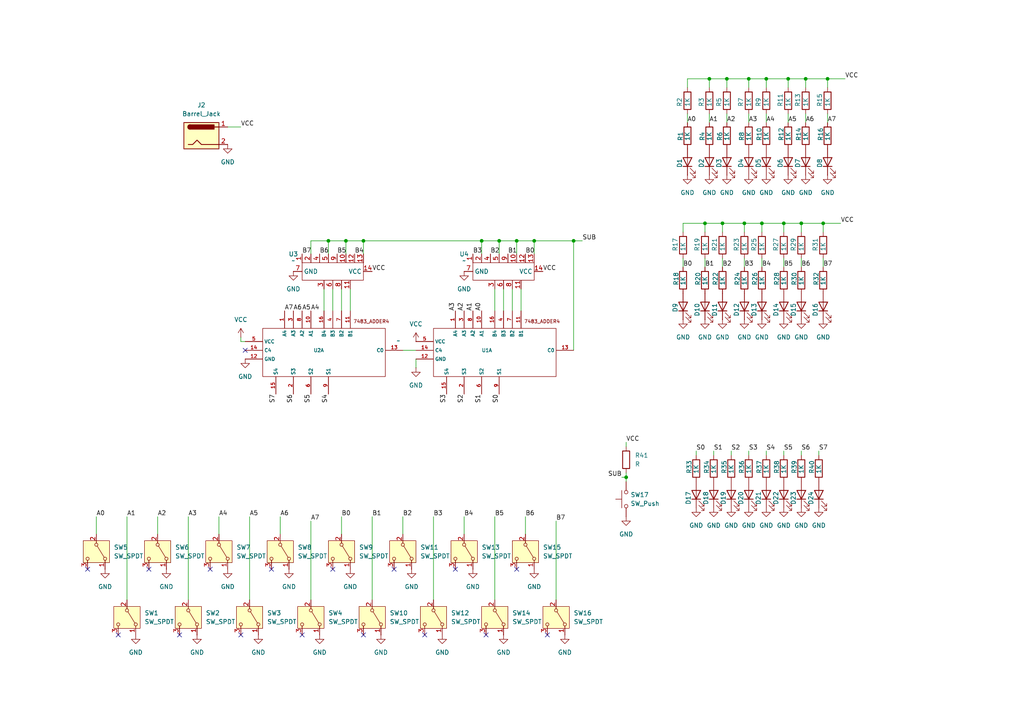
<source format=kicad_sch>
(kicad_sch (version 20231120) (generator "eeschema") (generator_version "8.0")
  (paper "A4")
  (junction (at 139.7 69.85))
  (junction (at 217.17 22.86))
  (junction (at 166.37 69.85))
  (junction (at 227.33 64.77))
  (junction (at 144.78 69.85))
  (junction (at 215.9 64.77))
  (junction (at 220.98 64.77))
  (junction (at 240.03 22.86))
  (junction (at 222.25 22.86))
  (junction (at 105.41 69.85))
  (junction (at 100.33 69.85))
  (junction (at 209.55 64.77))
  (junction (at 204.47 64.77))
  (junction (at 205.74 22.86))
  (junction (at 95.25 69.85))
  (junction (at 232.41 64.77))
  (junction (at 154.94 69.85))
  (junction (at 149.86 69.85))
  (junction (at 210.82 22.86))
  (junction (at 233.68 22.86))
  (junction (at 228.6 22.86))
  (junction (at 181.61 138.43))
  (junction (at 238.76 64.77))
  (no_connect (at 87.63 184.15))
  (no_connect (at 149.86 165.1))
  (no_connect (at 158.75 184.15))
  (no_connect (at 43.18 165.1))
  (no_connect (at 71.12 101.6))
  (no_connect (at 60.96 165.1))
  (no_connect (at 105.41 184.15))
  (no_connect (at 132.08 165.1))
  (no_connect (at 96.52 165.1))
  (no_connect (at 123.19 184.15))
  (no_connect (at 78.74 165.1))
  (no_connect (at 25.4 165.1))
  (no_connect (at 69.85 184.15))
  (no_connect (at 114.3 165.1))
  (no_connect (at 140.97 184.15))
  (no_connect (at 52.07 184.15))
  (no_connect (at 34.29 184.15))
  (wire (pts (xy 227.33 64.77) (xy 227.33 67.31)))
  (wire (pts (xy 205.74 22.86) (xy 205.74 25.4)))
  (wire (pts (xy 166.37 69.85) (xy 166.37 101.6)))
  (wire (pts (xy 217.17 130.81) (xy 217.17 132.08)))
  (wire (pts (xy 233.68 22.86) (xy 233.68 25.4)))
  (wire (pts (xy 228.6 22.86) (xy 228.6 25.4)))
  (wire (pts (xy 207.01 130.81) (xy 207.01 132.08)))
  (wire (pts (xy 72.39 149.86) (xy 72.39 173.99)))
  (wire (pts (xy 69.85 99.06) (xy 71.12 99.06)))
  (wire (pts (xy 220.98 74.93) (xy 220.98 77.47)))
  (wire (pts (xy 209.55 64.77) (xy 204.47 64.77)))
  (wire (pts (xy 222.25 130.81) (xy 222.25 132.08)))
  (wire (pts (xy 222.25 22.86) (xy 217.17 22.86)))
  (wire (pts (xy 227.33 64.77) (xy 220.98 64.77)))
  (wire (pts (xy 90.17 69.85) (xy 95.25 69.85)))
  (wire (pts (xy 36.83 149.86) (xy 36.83 173.99)))
  (wire (pts (xy 116.84 149.86) (xy 116.84 154.94)))
  (wire (pts (xy 222.25 22.86) (xy 222.25 25.4)))
  (wire (pts (xy 120.65 106.68) (xy 120.65 104.14)))
  (wire (pts (xy 227.33 74.93) (xy 227.33 77.47)))
  (wire (pts (xy 209.55 64.77) (xy 209.55 67.31)))
  (wire (pts (xy 100.33 69.85) (xy 105.41 69.85)))
  (wire (pts (xy 152.4 149.86) (xy 152.4 154.94)))
  (wire (pts (xy 149.86 69.85) (xy 149.86 73.66)))
  (wire (pts (xy 81.28 149.86) (xy 81.28 154.94)))
  (wire (pts (xy 240.03 33.02) (xy 240.03 35.56)))
  (wire (pts (xy 240.03 22.86) (xy 233.68 22.86)))
  (wire (pts (xy 217.17 22.86) (xy 217.17 25.4)))
  (wire (pts (xy 180.34 138.43) (xy 181.61 138.43)))
  (wire (pts (xy 99.06 149.86) (xy 99.06 154.94)))
  (wire (pts (xy 205.74 22.86) (xy 199.39 22.86)))
  (wire (pts (xy 240.03 22.86) (xy 240.03 25.4)))
  (wire (pts (xy 210.82 33.02) (xy 210.82 35.56)))
  (wire (pts (xy 69.85 97.79) (xy 69.85 99.06)))
  (wire (pts (xy 105.41 69.85) (xy 105.41 73.66)))
  (wire (pts (xy 144.78 69.85) (xy 144.78 73.66)))
  (wire (pts (xy 139.7 69.85) (xy 144.78 69.85)))
  (wire (pts (xy 146.05 83.82) (xy 146.05 90.17)))
  (wire (pts (xy 232.41 64.77) (xy 232.41 67.31)))
  (wire (pts (xy 90.17 73.66) (xy 90.17 69.85)))
  (wire (pts (xy 205.74 33.02) (xy 205.74 35.56)))
  (wire (pts (xy 95.25 69.85) (xy 100.33 69.85)))
  (wire (pts (xy 215.9 64.77) (xy 215.9 67.31)))
  (wire (pts (xy 143.51 149.86) (xy 143.51 173.99)))
  (wire (pts (xy 233.68 33.02) (xy 233.68 35.56)))
  (wire (pts (xy 166.37 69.85) (xy 168.91 69.85)))
  (wire (pts (xy 144.78 69.85) (xy 149.86 69.85)))
  (wire (pts (xy 237.49 130.81) (xy 237.49 132.08)))
  (wire (pts (xy 238.76 64.77) (xy 238.76 67.31)))
  (wire (pts (xy 232.41 130.81) (xy 232.41 132.08)))
  (wire (pts (xy 54.61 149.86) (xy 54.61 173.99)))
  (wire (pts (xy 116.84 101.6) (xy 120.65 101.6)))
  (wire (pts (xy 220.98 64.77) (xy 215.9 64.77)))
  (wire (pts (xy 204.47 74.93) (xy 204.47 77.47)))
  (wire (pts (xy 217.17 33.02) (xy 217.17 35.56)))
  (wire (pts (xy 238.76 64.77) (xy 232.41 64.77)))
  (wire (pts (xy 154.94 69.85) (xy 166.37 69.85)))
  (wire (pts (xy 90.17 151.13) (xy 90.17 173.99)))
  (wire (pts (xy 232.41 74.93) (xy 232.41 77.47)))
  (wire (pts (xy 181.61 137.16) (xy 181.61 138.43)))
  (wire (pts (xy 198.12 64.77) (xy 198.12 67.31)))
  (wire (pts (xy 154.94 69.85) (xy 154.94 73.66)))
  (wire (pts (xy 210.82 22.86) (xy 210.82 25.4)))
  (wire (pts (xy 228.6 33.02) (xy 228.6 35.56)))
  (wire (pts (xy 134.62 149.86) (xy 134.62 154.94)))
  (wire (pts (xy 212.09 130.81) (xy 212.09 132.08)))
  (wire (pts (xy 45.72 149.86) (xy 45.72 154.94)))
  (wire (pts (xy 99.06 83.82) (xy 99.06 90.17)))
  (wire (pts (xy 238.76 74.93) (xy 238.76 77.47)))
  (wire (pts (xy 181.61 138.43) (xy 181.61 139.7)))
  (wire (pts (xy 125.73 149.86) (xy 125.73 173.99)))
  (wire (pts (xy 198.12 74.93) (xy 198.12 77.47)))
  (wire (pts (xy 63.5 149.86) (xy 63.5 154.94)))
  (wire (pts (xy 96.52 83.82) (xy 96.52 90.17)))
  (wire (pts (xy 199.39 33.02) (xy 199.39 35.56)))
  (wire (pts (xy 232.41 64.77) (xy 227.33 64.77)))
  (wire (pts (xy 149.86 69.85) (xy 154.94 69.85)))
  (wire (pts (xy 139.7 69.85) (xy 139.7 73.66)))
  (wire (pts (xy 228.6 22.86) (xy 222.25 22.86)))
  (wire (pts (xy 245.11 22.86) (xy 240.03 22.86)))
  (wire (pts (xy 215.9 74.93) (xy 215.9 77.47)))
  (wire (pts (xy 199.39 22.86) (xy 199.39 25.4)))
  (wire (pts (xy 161.29 151.13) (xy 161.29 173.99)))
  (wire (pts (xy 151.13 83.82) (xy 151.13 90.17)))
  (wire (pts (xy 27.94 149.86) (xy 27.94 154.94)))
  (wire (pts (xy 181.61 129.54) (xy 181.61 128.27)))
  (wire (pts (xy 105.41 69.85) (xy 139.7 69.85)))
  (wire (pts (xy 201.93 130.81) (xy 201.93 132.08)))
  (wire (pts (xy 233.68 22.86) (xy 228.6 22.86)))
  (wire (pts (xy 215.9 64.77) (xy 209.55 64.77)))
  (wire (pts (xy 66.04 36.83) (xy 69.85 36.83)))
  (wire (pts (xy 95.25 69.85) (xy 95.25 73.66)))
  (wire (pts (xy 204.47 64.77) (xy 198.12 64.77)))
  (wire (pts (xy 100.33 69.85) (xy 100.33 73.66)))
  (wire (pts (xy 107.95 149.86) (xy 107.95 173.99)))
  (wire (pts (xy 217.17 22.86) (xy 210.82 22.86)))
  (wire (pts (xy 209.55 74.93) (xy 209.55 77.47)))
  (wire (pts (xy 222.25 33.02) (xy 222.25 35.56)))
  (wire (pts (xy 148.59 83.82) (xy 148.59 90.17)))
  (wire (pts (xy 93.98 83.82) (xy 93.98 90.17)))
  (wire (pts (xy 101.6 83.82) (xy 101.6 90.17)))
  (wire (pts (xy 220.98 64.77) (xy 220.98 67.31)))
  (wire (pts (xy 143.51 83.82) (xy 143.51 90.17)))
  (wire (pts (xy 227.33 130.81) (xy 227.33 132.08)))
  (wire (pts (xy 204.47 64.77) (xy 204.47 67.31)))
  (wire (pts (xy 210.82 22.86) (xy 205.74 22.86)))
  (wire (pts (xy 243.84 64.77) (xy 238.76 64.77)))
  (label "B6" (at 92.71 73.66 0))
  (label "B0" (at 152.4 73.66 0))
  (label "B7" (at 87.63 73.66 0))
  (label "A0" (at 139.7 90.17 90))
  (label "B0" (at 99.06 149.86 0))
  (label "A6" (at 85.09 90.17 0))
  (label "A1" (at 137.16 90.17 90))
  (label "B3" (at 137.16 73.66 0))
  (label "B4" (at 220.98 77.47 0))
  (label "A2" (at 134.62 90.17 90))
  (label "S1" (at 207.01 130.81 0))
  (label "A6" (at 81.28 149.86 0))
  (label "VCC" (at 107.95 78.74 0))
  (label "SUB" (at 168.91 69.85 0))
  (label "A2" (at 45.72 149.86 0))
  (label "S0" (at 144.78 114.3 270))
  (label "SUB" (at 180.34 138.43 180))
  (label "A1" (at 36.83 149.86 0))
  (label "A4" (at 90.17 90.17 0))
  (label "S7" (at 237.49 130.81 0))
  (label "A2" (at 210.82 35.56 0))
  (label "B5" (at 143.51 149.86 0))
  (label "B4" (at 134.62 149.86 0))
  (label "B2" (at 116.84 149.86 0))
  (label "S5" (at 227.33 130.81 0))
  (label "A7" (at 82.55 90.17 0))
  (label "B1" (at 204.47 77.47 0))
  (label "S5" (at 90.17 114.3 270))
  (label "VCC" (at 243.84 64.77 0))
  (label "A7" (at 90.17 151.13 0))
  (label "VCC" (at 69.85 36.83 0))
  (label "A3" (at 54.61 149.86 0))
  (label "A5" (at 228.6 35.56 0))
  (label "VCC" (at 245.11 22.86 0))
  (label "S0" (at 201.93 130.81 0))
  (label "A4" (at 63.5 149.86 0))
  (label "A7" (at 240.03 35.56 0))
  (label "B2" (at 142.24 73.66 0))
  (label "A3" (at 132.08 90.17 90))
  (label "B0" (at 198.12 77.47 0))
  (label "A5" (at 72.39 149.86 0))
  (label "S1" (at 139.7 114.3 270))
  (label "VCC" (at 181.61 128.27 0))
  (label "VCC" (at 157.48 78.74 0))
  (label "B7" (at 161.29 151.13 0))
  (label "B2" (at 209.55 77.47 0))
  (label "A6" (at 233.68 35.56 0))
  (label "A5" (at 87.63 90.17 0))
  (label "B3" (at 215.9 77.47 0))
  (label "S2" (at 212.09 130.81 0))
  (label "B5" (at 97.79 73.66 0))
  (label "S3" (at 129.54 114.3 270))
  (label "S7" (at 80.01 114.3 270))
  (label "S6" (at 85.09 114.3 270))
  (label "B7" (at 238.76 77.47 0))
  (label "S4" (at 95.25 114.3 270))
  (label "B5" (at 227.33 77.47 0))
  (label "B1" (at 107.95 149.86 0))
  (label "A0" (at 199.39 35.56 0))
  (label "S6" (at 232.41 130.81 0))
  (label "B4" (at 102.87 73.66 0))
  (label "B1" (at 147.32 73.66 0))
  (label "A3" (at 217.17 35.56 0))
  (label "B6" (at 152.4 149.86 0))
  (label "S4" (at 222.25 130.81 0))
  (label "B3" (at 125.73 149.86 0))
  (label "A4" (at 222.25 35.56 0))
  (label "A0" (at 27.94 149.86 0))
  (label "A1" (at 205.74 35.56 0))
  (label "B6" (at 232.41 77.47 0))
  (label "S2" (at 134.62 114.3 270))
  (label "S3" (at 217.17 130.81 0))
  (symbol (lib_id "power:GND") (at 199.39 50.8 0) (unit 1)
    (property "Reference" "#PWR07" (effects (hide yes)))
    (property "Value" "GND" (at 199.39 55.88 0))
    (property "Description" "Power symbol creates a global label with name \"GND\" , ground" (effects (hide yes)))
  )
  (symbol (lib_id "power:GND") (at 217.17 147.32 0) (unit 1)
    (property "Reference" "#PWR044" (effects (hide yes)))
    (property "Value" "GND" (at 217.17 152.4 0))
    (property "Description" "Power symbol creates a global label with name \"GND\" , ground" (effects (hide yes)))
  )
  (symbol (lib_name "7486_1") (lib_id "New_Library:7486") (at 97.79 78.74 0) (unit 1)
    (property "Reference" "U3" (at 85.09 73.6914 0))
    (property "Value" "~" (at 85.09 75.5965 0))
  )
  (symbol (lib_id "Device:LED") (at 233.68 46.99 90) (unit 1)
    (property "Reference" "D7" (at 231.394 45.974 0) (effects (justify right)))
    (property "Value" "LED" (effects (hide yes)))
    (property "Description" "Light emitting diode" (effects (hide yes)))
  )
  (symbol (lib_id "power:GND") (at 66.04 41.91 0) (unit 1)
    (property "Reference" "#PWR08" (effects (hide yes)))
    (property "Value" "GND" (at 66.04 46.99 0))
    (property "Description" "Power symbol creates a global label with name \"GND\" , ground" (effects (hide yes)))
  )
  (symbol (lib_id "power:GND") (at 57.15 184.15 0) (unit 1)
    (property "Reference" "#PWR011" (effects (hide yes)))
    (property "Value" "GND" (at 57.15 189.23 0))
    (property "Description" "Power symbol creates a global label with name \"GND\" , ground" (effects (hide yes)))
  )
  (symbol (lib_id "power:GND") (at 209.55 92.71 0) (unit 1)
    (property "Reference" "#PWR035" (effects (hide yes)))
    (property "Value" "GND" (at 209.55 97.79 0))
    (property "Description" "Power symbol creates a global label with name \"GND\" , ground" (effects (hide yes)))
  )
  (symbol (lib_id "Device:R") (at 209.55 71.12 0) (unit 1)
    (property "Reference" "R21" (at 207.264 72.898 90) (effects (justify left)))
    (property "Value" "1K" (at 209.55 72.898 90) (effects (justify left)))
    (property "Description" "Resistor" (effects (hide yes)))
  )
  (symbol (lib_id "Switch:SW_SPDT") (at 54.61 179.07 270) (unit 1)
    (property "Reference" "SW2" (at 59.69 177.7999 90) (effects (justify left)))
    (property "Value" "SW_SPDT" (at 59.69 180.3399 90) (effects (justify left)))
    (property "Description" "Switch, single pole double throw" (effects (hide yes)))
  )
  (symbol (lib_id "Device:R") (at 240.03 39.37 0) (unit 1)
    (property "Reference" "R16" (at 237.998 40.894 90) (effects (justify left)))
    (property "Value" "1K" (at 240.03 40.894 90) (effects (justify left)))
    (property "Description" "Resistor" (effects (hide yes)))
  )
  (symbol (lib_id "Device:LED") (at 238.76 88.9 90) (unit 1)
    (property "Reference" "D16" (at 236.474 87.884 0) (effects (justify right)))
    (property "Value" "LED" (effects (hide yes)))
    (property "Description" "Light emitting diode" (effects (hide yes)))
  )
  (symbol (lib_id "power:GND") (at 154.94 165.1 0) (unit 1)
    (property "Reference" "#PWR024" (effects (hide yes)))
    (property "Value" "GND" (at 154.94 170.18 0))
    (property "Description" "Power symbol creates a global label with name \"GND\" , ground" (effects (hide yes)))
  )
  (symbol (lib_id "power:GND") (at 238.76 92.71 0) (unit 1)
    (property "Reference" "#PWR040" (effects (hide yes)))
    (property "Value" "GND" (at 238.76 97.79 0))
    (property "Description" "Power symbol creates a global label with name \"GND\" , ground" (effects (hide yes)))
  )
  (symbol (lib_id "Switch:SW_SPDT") (at 125.73 179.07 270) (unit 1)
    (property "Reference" "SW12" (at 130.81 177.7999 90) (effects (justify left)))
    (property "Value" "SW_SPDT" (at 130.81 180.3399 90) (effects (justify left)))
    (property "Description" "Switch, single pole double throw" (effects (hide yes)))
  )
  (symbol (lib_id "Device:LED") (at 199.39 46.99 90) (unit 1)
    (property "Reference" "D1" (at 197.104 45.974 0) (effects (justify right)))
    (property "Value" "LED" (effects (hide yes)))
    (property "Description" "Light emitting diode" (effects (hide yes)))
  )
  (symbol (lib_id "power:GND") (at 101.6 165.1 0) (unit 1)
    (property "Reference" "#PWR018" (effects (hide yes)))
    (property "Value" "GND" (at 101.6 170.18 0))
    (property "Description" "Power symbol creates a global label with name \"GND\" , ground" (effects (hide yes)))
  )
  (symbol (lib_id "power:VCC") (at 120.65 99.06 0) (unit 1)
    (property "Reference" "#PWR04" (effects (hide yes)))
    (property "Value" "VCC" (at 120.65 93.98 0))
    (property "Description" "Power symbol creates a global label with name \"VCC\"" (effects (hide yes)))
  )
  (symbol (lib_id "Device:R") (at 222.25 135.89 0) (unit 1)
    (property "Reference" "R37" (at 220.218 137.414 90) (effects (justify left)))
    (property "Value" "1K" (at 222.25 137.414 90) (effects (justify left)))
    (property "Description" "Resistor" (effects (hide yes)))
  )
  (symbol (lib_id "Device:R") (at 233.68 39.37 0) (unit 1)
    (property "Reference" "R14" (at 231.648 40.894 90) (effects (justify left)))
    (property "Value" "1K" (at 233.68 40.894 90) (effects (justify left)))
    (property "Description" "Resistor" (effects (hide yes)))
  )
  (symbol (lib_id "Switch:SW_SPDT") (at 63.5 160.02 270) (unit 1)
    (property "Reference" "SW7" (at 68.58 158.7499 90) (effects (justify left)))
    (property "Value" "SW_SPDT" (at 68.58 161.2899 90) (effects (justify left)))
    (property "Description" "Switch, single pole double throw" (effects (hide yes)))
  )
  (symbol (lib_id "power:GND") (at 181.61 149.86 0) (unit 1)
    (property "Reference" "#PWR049" (effects (hide yes)))
    (property "Value" "GND" (at 181.61 154.94 0))
    (property "Description" "Power symbol creates a global label with name \"GND\" , ground" (effects (hide yes)))
  )
  (symbol (lib_id "Device:LED") (at 201.93 143.51 90) (unit 1)
    (property "Reference" "D17" (at 199.644 142.494 0) (effects (justify right)))
    (property "Value" "LED" (effects (hide yes)))
    (property "Description" "Light emitting diode" (effects (hide yes)))
  )
  (symbol (lib_id "Device:LED") (at 222.25 143.51 90) (unit 1)
    (property "Reference" "D21" (at 219.964 142.494 0) (effects (justify right)))
    (property "Value" "LED" (effects (hide yes)))
    (property "Description" "Light emitting diode" (effects (hide yes)))
  )
  (symbol (lib_id "Device:R") (at 198.12 81.28 0) (unit 1)
    (property "Reference" "R18" (at 196.088 82.804 90) (effects (justify left)))
    (property "Value" "1K" (at 198.12 82.804 90) (effects (justify left)))
    (property "Description" "Resistor" (effects (hide yes)))
  )
  (symbol (lib_id "Switch:SW_SPDT") (at 36.83 179.07 270) (unit 1)
    (property "Reference" "SW1" (at 41.91 177.7999 90) (effects (justify left)))
    (property "Value" "SW_SPDT" (at 41.91 180.3399 90) (effects (justify left)))
    (property "Description" "Switch, single pole double throw" (effects (hide yes)))
  )
  (symbol (lib_id "Device:LED") (at 212.09 143.51 90) (unit 1)
    (property "Reference" "D19" (at 209.804 142.494 0) (effects (justify right)))
    (property "Value" "LED" (effects (hide yes)))
    (property "Description" "Light emitting diode" (effects (hide yes)))
  )
  (symbol (lib_id "Device:R") (at 238.76 71.12 0) (unit 1)
    (property "Reference" "R31" (at 236.474 72.898 90) (effects (justify left)))
    (property "Value" "1K" (at 238.76 72.898 90) (effects (justify left)))
    (property "Description" "Resistor" (effects (hide yes)))
  )
  (symbol (lib_id "New_Library:7486") (at 147.32 78.74 0) (unit 1)
    (property "Reference" "U4" (at 134.62 73.6914 0))
    (property "Value" "~" (at 134.62 75.5965 0))
  )
  (symbol (lib_id "power:GND") (at 215.9 92.71 0) (unit 1)
    (property "Reference" "#PWR036" (effects (hide yes)))
    (property "Value" "GND" (at 215.9 97.79 0))
    (property "Description" "Power symbol creates a global label with name \"GND\" , ground" (effects (hide yes)))
  )
  (symbol (lib_id "Switch:SW_SPDT") (at 45.72 160.02 270) (unit 1)
    (property "Reference" "SW6" (at 50.8 158.7499 90) (effects (justify left)))
    (property "Value" "SW_SPDT" (at 50.8 161.2899 90) (effects (justify left)))
    (property "Description" "Switch, single pole double throw" (effects (hide yes)))
  )
  (symbol (lib_id "Device:R") (at 201.93 135.89 0) (unit 1)
    (property "Reference" "R33" (at 199.898 137.414 90) (effects (justify left)))
    (property "Value" "1K" (at 201.93 137.414 90) (effects (justify left)))
    (property "Description" "Resistor" (effects (hide yes)))
  )
  (symbol (lib_id "power:GND") (at 198.12 92.71 0) (unit 1)
    (property "Reference" "#PWR033" (effects (hide yes)))
    (property "Value" "GND" (at 198.12 97.79 0))
    (property "Description" "Power symbol creates a global label with name \"GND\" , ground" (effects (hide yes)))
  )
  (symbol (lib_id "power:GND") (at 134.62 78.74 0) (unit 1)
    (property "Reference" "#PWR06" (effects (hide yes)))
    (property "Value" "GND" (at 134.62 83.82 0))
    (property "Description" "Power symbol creates a global label with name \"GND\" , ground" (effects (hide yes)))
  )
  (symbol (lib_id "Switch:SW_SPDT") (at 72.39 179.07 270) (unit 1)
    (property "Reference" "SW3" (at 77.47 177.7999 90) (effects (justify left)))
    (property "Value" "SW_SPDT" (at 77.47 180.3399 90) (effects (justify left)))
    (property "Description" "Switch, single pole double throw" (effects (hide yes)))
  )
  (symbol (lib_id "power:GND") (at 30.48 165.1 0) (unit 1)
    (property "Reference" "#PWR014" (effects (hide yes)))
    (property "Value" "GND" (at 30.48 170.18 0))
    (property "Description" "Power symbol creates a global label with name \"GND\" , ground" (effects (hide yes)))
  )
  (symbol (lib_id "Device:R") (at 204.47 81.28 0) (unit 1)
    (property "Reference" "R20" (at 202.438 82.804 90) (effects (justify left)))
    (property "Value" "1K" (at 204.47 82.804 90) (effects (justify left)))
    (property "Description" "Resistor" (effects (hide yes)))
  )
  (symbol (lib_id "Device:LED") (at 220.98 88.9 90) (unit 1)
    (property "Reference" "D13" (at 218.694 87.884 0) (effects (justify right)))
    (property "Value" "LED" (effects (hide yes)))
    (property "Description" "Light emitting diode" (effects (hide yes)))
  )
  (symbol (lib_id "power:GND") (at 232.41 147.32 0) (unit 1)
    (property "Reference" "#PWR047" (effects (hide yes)))
    (property "Value" "GND" (at 232.41 152.4 0))
    (property "Description" "Power symbol creates a global label with name \"GND\" , ground" (effects (hide yes)))
  )
  (symbol (lib_id "Device:LED") (at 217.17 143.51 90) (unit 1)
    (property "Reference" "D20" (at 214.884 142.494 0) (effects (justify right)))
    (property "Value" "LED" (effects (hide yes)))
    (property "Description" "Light emitting diode" (effects (hide yes)))
  )
  (symbol (lib_id "Switch:SW_SPDT") (at 116.84 160.02 270) (unit 1)
    (property "Reference" "SW11" (at 121.92 158.7499 90) (effects (justify left)))
    (property "Value" "SW_SPDT" (at 121.92 161.2899 90) (effects (justify left)))
    (property "Description" "Switch, single pole double throw" (effects (hide yes)))
  )
  (symbol (lib_id "power:GND") (at 137.16 165.1 0) (unit 1)
    (property "Reference" "#PWR022" (effects (hide yes)))
    (property "Value" "GND" (at 137.16 170.18 0))
    (property "Description" "Power symbol creates a global label with name \"GND\" , ground" (effects (hide yes)))
  )
  (symbol (lib_id "Device:R") (at 207.01 135.89 0) (unit 1)
    (property "Reference" "R34" (at 204.978 137.414 90) (effects (justify left)))
    (property "Value" "1K" (at 207.01 137.414 90) (effects (justify left)))
    (property "Description" "Resistor" (effects (hide yes)))
  )
  (symbol (lib_id "Switch:SW_SPDT") (at 90.17 179.07 270) (unit 1)
    (property "Reference" "SW4" (at 95.25 177.7999 90) (effects (justify left)))
    (property "Value" "SW_SPDT" (at 95.25 180.3399 90) (effects (justify left)))
    (property "Description" "Switch, single pole double throw" (effects (hide yes)))
  )
  (symbol (lib_id "Device:LED") (at 227.33 88.9 90) (unit 1)
    (property "Reference" "D14" (at 225.044 87.884 0) (effects (justify right)))
    (property "Value" "LED" (effects (hide yes)))
    (property "Description" "Light emitting diode" (effects (hide yes)))
  )
  (symbol (lib_id "Device:R") (at 228.6 39.37 0) (unit 1)
    (property "Reference" "R12" (at 226.568 40.894 90) (effects (justify left)))
    (property "Value" "1K" (at 228.6 40.894 90) (effects (justify left)))
    (property "Description" "Resistor" (effects (hide yes)))
  )
  (symbol (lib_id "Device:R") (at 240.03 29.21 0) (unit 1)
    (property "Reference" "R15" (at 237.744 30.988 90) (effects (justify left)))
    (property "Value" "1K" (at 240.03 30.988 90) (effects (justify left)))
    (property "Description" "Resistor" (effects (hide yes)))
  )
  (symbol (lib_id "Device:R") (at 204.47 71.12 0) (unit 1)
    (property "Reference" "R19" (at 202.184 72.898 90) (effects (justify left)))
    (property "Value" "1K" (at 204.47 72.898 90) (effects (justify left)))
    (property "Description" "Resistor" (effects (hide yes)))
  )
  (symbol (lib_id "power:GND") (at 128.27 184.15 0) (unit 1)
    (property "Reference" "#PWR021" (effects (hide yes)))
    (property "Value" "GND" (at 128.27 189.23 0))
    (property "Description" "Power symbol creates a global label with name \"GND\" , ground" (effects (hide yes)))
  )
  (symbol (lib_id "Device:LED") (at 227.33 143.51 90) (unit 1)
    (property "Reference" "D22" (at 225.044 142.494 0) (effects (justify right)))
    (property "Value" "LED" (effects (hide yes)))
    (property "Description" "Light emitting diode" (effects (hide yes)))
  )
  (symbol (lib_id "power:GND") (at 120.65 106.68 0) (unit 1)
    (property "Reference" "#PWR01" (effects (hide yes)))
    (property "Value" "GND" (at 120.65 111.76 0))
    (property "Description" "Power symbol creates a global label with name \"GND\" , ground" (effects (hide yes)))
  )
  (symbol (lib_id "power:GND") (at 204.47 92.71 0) (unit 1)
    (property "Reference" "#PWR034" (effects (hide yes)))
    (property "Value" "GND" (at 204.47 97.79 0))
    (property "Description" "Power symbol creates a global label with name \"GND\" , ground" (effects (hide yes)))
  )
  (symbol (lib_id "power:GND") (at 205.74 50.8 0) (unit 1)
    (property "Reference" "#PWR026" (effects (hide yes)))
    (property "Value" "GND" (at 205.74 55.88 0))
    (property "Description" "Power symbol creates a global label with name \"GND\" , ground" (effects (hide yes)))
  )
  (symbol (lib_id "power:GND") (at 237.49 147.32 0) (unit 1)
    (property "Reference" "#PWR048" (effects (hide yes)))
    (property "Value" "GND" (at 237.49 152.4 0))
    (property "Description" "Power symbol creates a global label with name \"GND\" , ground" (effects (hide yes)))
  )
  (symbol (lib_id "Device:R") (at 227.33 81.28 0) (unit 1)
    (property "Reference" "R28" (at 225.298 82.804 90) (effects (justify left)))
    (property "Value" "1K" (at 227.33 82.804 90) (effects (justify left)))
    (property "Description" "Resistor" (effects (hide yes)))
  )
  (symbol (lib_id "Device:LED") (at 232.41 88.9 90) (unit 1)
    (property "Reference" "D15" (at 230.124 87.884 0) (effects (justify right)))
    (property "Value" "LED" (effects (hide yes)))
    (property "Description" "Light emitting diode" (effects (hide yes)))
  )
  (symbol (lib_id "Switch:SW_SPDT") (at 152.4 160.02 270) (unit 1)
    (property "Reference" "SW15" (at 157.48 158.7499 90) (effects (justify left)))
    (property "Value" "SW_SPDT" (at 157.48 161.2899 90) (effects (justify left)))
    (property "Description" "Switch, single pole double throw" (effects (hide yes)))
  )
  (symbol (lib_id "Device:R") (at 199.39 29.21 0) (unit 1)
    (property "Reference" "R2" (at 197.104 30.988 90) (effects (justify left)))
    (property "Value" "1K" (at 199.39 30.988 90) (effects (justify left)))
    (property "Description" "Resistor" (effects (hide yes)))
  )
  (symbol (lib_id "Device:R") (at 205.74 29.21 0) (unit 1)
    (property "Reference" "R3" (at 203.454 30.988 90) (effects (justify left)))
    (property "Value" "1K" (at 205.74 30.988 90) (effects (justify left)))
    (property "Description" "Resistor" (effects (hide yes)))
  )
  (symbol (lib_id "Device:R") (at 222.25 29.21 0) (unit 1)
    (property "Reference" "R9" (at 219.964 30.988 90) (effects (justify left)))
    (property "Value" "1K" (at 222.25 30.988 90) (effects (justify left)))
    (property "Description" "Resistor" (effects (hide yes)))
  )
  (symbol (lib_id "Device:LED") (at 217.17 46.99 90) (unit 1)
    (property "Reference" "D4" (at 214.884 45.974 0) (effects (justify right)))
    (property "Value" "LED" (effects (hide yes)))
    (property "Description" "Light emitting diode" (effects (hide yes)))
  )
  (symbol (lib_id "power:GND") (at 163.83 184.15 0) (unit 1)
    (property "Reference" "#PWR025" (effects (hide yes)))
    (property "Value" "GND" (at 163.83 189.23 0))
    (property "Description" "Power symbol creates a global label with name \"GND\" , ground" (effects (hide yes)))
  )
  (symbol (lib_id "Device:R") (at 220.98 81.28 0) (unit 1)
    (property "Reference" "R26" (at 218.948 82.804 90) (effects (justify left)))
    (property "Value" "1K" (at 220.98 82.804 90) (effects (justify left)))
    (property "Description" "Resistor" (effects (hide yes)))
  )
  (symbol (lib_id "Device:R") (at 222.25 39.37 0) (unit 1)
    (property "Reference" "R10" (at 220.218 40.894 90) (effects (justify left)))
    (property "Value" "1K" (at 222.25 40.894 90) (effects (justify left)))
    (property "Description" "Resistor" (effects (hide yes)))
  )
  (symbol (lib_id "power:GND") (at 92.71 184.15 0) (unit 1)
    (property "Reference" "#PWR013" (effects (hide yes)))
    (property "Value" "GND" (at 92.71 189.23 0))
    (property "Description" "Power symbol creates a global label with name \"GND\" , ground" (effects (hide yes)))
  )
  (symbol (lib_id "Device:R") (at 232.41 135.89 0) (unit 1)
    (property "Reference" "R39" (at 230.378 137.414 90) (effects (justify left)))
    (property "Value" "1K" (at 232.41 137.414 90) (effects (justify left)))
    (property "Description" "Resistor" (effects (hide yes)))
  )
  (symbol (lib_id "power:GND") (at 74.93 184.15 0) (unit 1)
    (property "Reference" "#PWR012" (effects (hide yes)))
    (property "Value" "GND" (at 74.93 189.23 0))
    (property "Description" "Power symbol creates a global label with name \"GND\" , ground" (effects (hide yes)))
  )
  (symbol (lib_id "Device:R") (at 220.98 71.12 0) (unit 1)
    (property "Reference" "R25" (at 218.694 72.898 90) (effects (justify left)))
    (property "Value" "1K" (at 220.98 72.898 90) (effects (justify left)))
    (property "Description" "Resistor" (effects (hide yes)))
  )
  (symbol (lib_id "power:GND") (at 232.41 92.71 0) (unit 1)
    (property "Reference" "#PWR039" (effects (hide yes)))
    (property "Value" "GND" (at 232.41 97.79 0))
    (property "Description" "Power symbol creates a global label with name \"GND\" , ground" (effects (hide yes)))
  )
  (symbol (lib_id "Device:LED") (at 209.55 88.9 90) (unit 1)
    (property "Reference" "D11" (at 207.264 87.884 0) (effects (justify right)))
    (property "Value" "LED" (effects (hide yes)))
    (property "Description" "Light emitting diode" (effects (hide yes)))
  )
  (symbol (lib_id "power:GND") (at 119.38 165.1 0) (unit 1)
    (property "Reference" "#PWR020" (effects (hide yes)))
    (property "Value" "GND" (at 119.38 170.18 0))
    (property "Description" "Power symbol creates a global label with name \"GND\" , ground" (effects (hide yes)))
  )
  (symbol (lib_id "Switch:SW_SPDT") (at 81.28 160.02 270) (unit 1)
    (property "Reference" "SW8" (at 86.36 158.7499 90) (effects (justify left)))
    (property "Value" "SW_SPDT" (at 86.36 161.2899 90) (effects (justify left)))
    (property "Description" "Switch, single pole double throw" (effects (hide yes)))
  )
  (symbol (lib_id "power:GND") (at 210.82 50.8 0) (unit 1)
    (property "Reference" "#PWR027" (effects (hide yes)))
    (property "Value" "GND" (at 210.82 55.88 0))
    (property "Description" "Power symbol creates a global label with name \"GND\" , ground" (effects (hide yes)))
  )
  (symbol (lib_id "Connector:Barrel_Jack") (at 58.42 39.37 0) (unit 1)
    (property "Reference" "J2" (at 58.42 30.48 0))
    (property "Value" "Barrel_Jack" (at 58.42 33.02 0))
    (property "Description" "DC Barrel Jack" (effects (hide yes)))
  )
  (symbol (lib_id "power:GND") (at 222.25 147.32 0) (unit 1)
    (property "Reference" "#PWR045" (effects (hide yes)))
    (property "Value" "GND" (at 222.25 152.4 0))
    (property "Description" "Power symbol creates a global label with name \"GND\" , ground" (effects (hide yes)))
  )
  (symbol (lib_id "Device:LED") (at 210.82 46.99 90) (unit 1)
    (property "Reference" "D3" (at 208.534 45.974 0) (effects (justify right)))
    (property "Value" "LED" (effects (hide yes)))
    (property "Description" "Light emitting diode" (effects (hide yes)))
  )
  (symbol (lib_id "power:GND") (at 222.25 50.8 0) (unit 1)
    (property "Reference" "#PWR029" (effects (hide yes)))
    (property "Value" "GND" (at 222.25 55.88 0))
    (property "Description" "Power symbol creates a global label with name \"GND\" , ground" (effects (hide yes)))
  )
  (symbol (lib_id "Device:R") (at 217.17 135.89 0) (unit 1)
    (property "Reference" "R36" (at 215.138 137.414 90) (effects (justify left)))
    (property "Value" "1K" (at 217.17 137.414 90) (effects (justify left)))
    (property "Description" "Resistor" (effects (hide yes)))
  )
  (symbol (lib_id "Device:R") (at 233.68 29.21 0) (unit 1)
    (property "Reference" "R13" (at 231.394 30.988 90) (effects (justify left)))
    (property "Value" "1K" (at 233.68 30.988 90) (effects (justify left)))
    (property "Description" "Resistor" (effects (hide yes)))
  )
  (symbol (lib_id "Device:R") (at 209.55 81.28 0) (unit 1)
    (property "Reference" "R22" (at 207.518 82.804 90) (effects (justify left)))
    (property "Value" "1K" (at 209.55 82.804 90) (effects (justify left)))
    (property "Description" "Resistor" (effects (hide yes)))
  )
  (symbol (lib_id "power:GND") (at 227.33 92.71 0) (unit 1)
    (property "Reference" "#PWR038" (effects (hide yes)))
    (property "Value" "GND" (at 227.33 97.79 0))
    (property "Description" "Power symbol creates a global label with name \"GND\" , ground" (effects (hide yes)))
  )
  (symbol (lib_id "Device:R") (at 199.39 39.37 0) (unit 1)
    (property "Reference" "R1" (at 197.358 40.894 90) (effects (justify left)))
    (property "Value" "1K" (at 199.39 40.894 90) (effects (justify left)))
    (property "Description" "Resistor" (effects (hide yes)))
  )
  (symbol (lib_id "power:GND") (at 66.04 165.1 0) (unit 1)
    (property "Reference" "#PWR016" (effects (hide yes)))
    (property "Value" "GND" (at 66.04 170.18 0))
    (property "Description" "Power symbol creates a global label with name \"GND\" , ground" (effects (hide yes)))
  )
  (symbol (lib_id "power:VCC") (at 69.85 97.79 0) (unit 1)
    (property "Reference" "#PWR03" (effects (hide yes)))
    (property "Value" "VCC" (at 69.85 92.71 0))
    (property "Description" "Power symbol creates a global label with name \"VCC\"" (effects (hide yes)))
  )
  (symbol (lib_id "Device:R") (at 227.33 135.89 0) (unit 1)
    (property "Reference" "R38" (at 225.298 137.414 90) (effects (justify left)))
    (property "Value" "1K" (at 227.33 137.414 90) (effects (justify left)))
    (property "Description" "Resistor" (effects (hide yes)))
  )
  (symbol (lib_id "power:GND") (at 220.98 92.71 0) (unit 1)
    (property "Reference" "#PWR037" (effects (hide yes)))
    (property "Value" "GND" (at 220.98 97.79 0))
    (property "Description" "Power symbol creates a global label with name \"GND\" , ground" (effects (hide yes)))
  )
  (symbol (lib_id "Device:R") (at 210.82 29.21 0) (unit 1)
    (property "Reference" "R5" (at 208.534 30.988 90) (effects (justify left)))
    (property "Value" "1K" (at 210.82 30.988 90) (effects (justify left)))
    (property "Description" "Resistor" (effects (hide yes)))
  )
  (symbol (lib_id "Device:R") (at 232.41 71.12 0) (unit 1)
    (property "Reference" "R29" (at 230.124 72.898 90) (effects (justify left)))
    (property "Value" "1K" (at 232.41 72.898 90) (effects (justify left)))
    (property "Description" "Resistor" (effects (hide yes)))
  )
  (symbol (lib_id "Device:R") (at 217.17 29.21 0) (unit 1)
    (property "Reference" "R7" (at 214.884 30.988 90) (effects (justify left)))
    (property "Value" "1K" (at 217.17 30.988 90) (effects (justify left)))
    (property "Description" "Resistor" (effects (hide yes)))
  )
  (symbol (lib_name "New_Library:7483_adder4") (lib_id "New_Library:7483_adder4") (at 92.71 101.6 0) (unit 1)
    (property "Reference" "U2" (at 92.456 101.6 0) (effects (font (size 1 1))))
    (property "Value" "~" (at 115.57 98.8279 0))
  )
  (symbol (lib_id "Switch:SW_SPDT") (at 107.95 179.07 270) (unit 1)
    (property "Reference" "SW10" (at 113.03 177.7999 90) (effects (justify left)))
    (property "Value" "SW_SPDT" (at 113.03 180.3399 90) (effects (justify left)))
    (property "Description" "Switch, single pole double throw" (effects (hide yes)))
  )
  (symbol (lib_id "Device:R") (at 237.49 135.89 0) (unit 1)
    (property "Reference" "R40" (at 235.458 137.414 90) (effects (justify left)))
    (property "Value" "1K" (at 237.49 137.414 90) (effects (justify left)))
    (property "Description" "Resistor" (effects (hide yes)))
  )
  (symbol (lib_id "power:GND") (at 110.49 184.15 0) (unit 1)
    (property "Reference" "#PWR019" (effects (hide yes)))
    (property "Value" "GND" (at 110.49 189.23 0))
    (property "Description" "Power symbol creates a global label with name \"GND\" , ground" (effects (hide yes)))
  )
  (symbol (lib_id "Device:R") (at 215.9 71.12 0) (unit 1)
    (property "Reference" "R23" (at 213.614 72.898 90) (effects (justify left)))
    (property "Value" "1K" (at 215.9 72.898 90) (effects (justify left)))
    (property "Description" "Resistor" (effects (hide yes)))
  )
  (symbol (lib_id "power:GND") (at 71.12 104.14 0) (unit 1)
    (property "Reference" "#PWR02" (effects (hide yes)))
    (property "Value" "GND" (at 71.12 109.22 0))
    (property "Description" "Power symbol creates a global label with name \"GND\" , ground" (effects (hide yes)))
  )
  (symbol (lib_name "New_Library:7483_adder4") (lib_id "New_Library:7483_adder4") (at 142.24 101.6 0) (unit 1)
    (property "Reference" "U1" (at 141.224 101.6 0) (effects (font (size 1 1))))
    (property "Value" "~" (at 457.2 86.4529 0))
  )
  (symbol (lib_id "Device:LED") (at 207.01 143.51 90) (unit 1)
    (property "Reference" "D18" (at 204.724 142.494 0) (effects (justify right)))
    (property "Value" "LED" (effects (hide yes)))
    (property "Description" "Light emitting diode" (effects (hide yes)))
  )
  (symbol (lib_id "Switch:SW_Push") (at 181.61 144.78 90) (unit 1)
    (property "Reference" "SW17" (at 182.88 143.5099 90) (effects (justify right)))
    (property "Value" "SW_Push" (at 182.88 146.0499 90) (effects (justify right)))
    (property "Description" "Push button switch, generic, two pins" (effects (hide yes)))
  )
  (symbol (lib_id "Device:R") (at 232.41 81.28 0) (unit 1)
    (property "Reference" "R30" (at 230.378 82.804 90) (effects (justify left)))
    (property "Value" "1K" (at 232.41 82.804 90) (effects (justify left)))
    (property "Description" "Resistor" (effects (hide yes)))
  )
  (symbol (lib_id "power:GND") (at 228.6 50.8 0) (unit 1)
    (property "Reference" "#PWR030" (effects (hide yes)))
    (property "Value" "GND" (at 228.6 55.88 0))
    (property "Description" "Power symbol creates a global label with name \"GND\" , ground" (effects (hide yes)))
  )
  (symbol (lib_id "Switch:SW_SPDT") (at 27.94 160.02 270) (unit 1)
    (property "Reference" "SW5" (at 33.02 158.7499 90) (effects (justify left)))
    (property "Value" "SW_SPDT" (at 33.02 161.2899 90) (effects (justify left)))
    (property "Description" "Switch, single pole double throw" (effects (hide yes)))
  )
  (symbol (lib_id "Device:R") (at 215.9 81.28 0) (unit 1)
    (property "Reference" "R24" (at 213.868 82.804 90) (effects (justify left)))
    (property "Value" "1K" (at 215.9 82.804 90) (effects (justify left)))
    (property "Description" "Resistor" (effects (hide yes)))
  )
  (symbol (lib_id "Device:LED") (at 228.6 46.99 90) (unit 1)
    (property "Reference" "D6" (at 226.314 45.974 0) (effects (justify right)))
    (property "Value" "LED" (effects (hide yes)))
    (property "Description" "Light emitting diode" (effects (hide yes)))
  )
  (symbol (lib_id "power:GND") (at 212.09 147.32 0) (unit 1)
    (property "Reference" "#PWR043" (effects (hide yes)))
    (property "Value" "GND" (at 212.09 152.4 0))
    (property "Description" "Power symbol creates a global label with name \"GND\" , ground" (effects (hide yes)))
  )
  (symbol (lib_id "Device:LED") (at 232.41 143.51 90) (unit 1)
    (property "Reference" "D23" (at 230.124 142.494 0) (effects (justify right)))
    (property "Value" "LED" (effects (hide yes)))
    (property "Description" "Light emitting diode" (effects (hide yes)))
  )
  (symbol (lib_id "Device:R") (at 205.74 39.37 0) (unit 1)
    (property "Reference" "R4" (at 203.708 40.894 90) (effects (justify left)))
    (property "Value" "1K" (at 205.74 40.894 90) (effects (justify left)))
    (property "Description" "Resistor" (effects (hide yes)))
  )
  (symbol (lib_id "Device:R") (at 210.82 39.37 0) (unit 1)
    (property "Reference" "R6" (at 208.788 40.894 90) (effects (justify left)))
    (property "Value" "1K" (at 210.82 40.894 90) (effects (justify left)))
    (property "Description" "Resistor" (effects (hide yes)))
  )
  (symbol (lib_id "power:GND") (at 217.17 50.8 0) (unit 1)
    (property "Reference" "#PWR028" (effects (hide yes)))
    (property "Value" "GND" (at 217.17 55.88 0))
    (property "Description" "Power symbol creates a global label with name \"GND\" , ground" (effects (hide yes)))
  )
  (symbol (lib_id "Switch:SW_SPDT") (at 99.06 160.02 270) (unit 1)
    (property "Reference" "SW9" (at 104.14 158.7499 90) (effects (justify left)))
    (property "Value" "SW_SPDT" (at 104.14 161.2899 90) (effects (justify left)))
    (property "Description" "Switch, single pole double throw" (effects (hide yes)))
  )
  (symbol (lib_id "Device:R") (at 227.33 71.12 0) (unit 1)
    (property "Reference" "R27" (at 225.044 72.898 90) (effects (justify left)))
    (property "Value" "1K" (at 227.33 72.898 90) (effects (justify left)))
    (property "Description" "Resistor" (effects (hide yes)))
  )
  (symbol (lib_id "power:GND") (at 85.09 78.74 0) (unit 1)
    (property "Reference" "#PWR05" (effects (hide yes)))
    (property "Value" "GND" (at 85.09 83.82 0))
    (property "Description" "Power symbol creates a global label with name \"GND\" , ground" (effects (hide yes)))
  )
  (symbol (lib_id "power:GND") (at 201.93 147.32 0) (unit 1)
    (property "Reference" "#PWR041" (effects (hide yes)))
    (property "Value" "GND" (at 201.93 152.4 0))
    (property "Description" "Power symbol creates a global label with name \"GND\" , ground" (effects (hide yes)))
  )
  (symbol (lib_id "Device:LED") (at 237.49 143.51 90) (unit 1)
    (property "Reference" "D24" (at 235.204 142.494 0) (effects (justify right)))
    (property "Value" "LED" (effects (hide yes)))
    (property "Description" "Light emitting diode" (effects (hide yes)))
  )
  (symbol (lib_id "Device:LED") (at 215.9 88.9 90) (unit 1)
    (property "Reference" "D12" (at 213.614 87.884 0) (effects (justify right)))
    (property "Value" "LED" (effects (hide yes)))
    (property "Description" "Light emitting diode" (effects (hide yes)))
  )
  (symbol (lib_id "power:GND") (at 240.03 50.8 0) (unit 1)
    (property "Reference" "#PWR032" (effects (hide yes)))
    (property "Value" "GND" (at 240.03 55.88 0))
    (property "Description" "Power symbol creates a global label with name \"GND\" , ground" (effects (hide yes)))
  )
  (symbol (lib_id "Device:LED") (at 222.25 46.99 90) (unit 1)
    (property "Reference" "D5" (at 219.964 45.974 0) (effects (justify right)))
    (property "Value" "LED" (effects (hide yes)))
    (property "Description" "Light emitting diode" (effects (hide yes)))
  )
  (symbol (lib_id "Switch:SW_SPDT") (at 161.29 179.07 270) (unit 1)
    (property "Reference" "SW16" (at 166.37 177.7999 90) (effects (justify left)))
    (property "Value" "SW_SPDT" (at 166.37 180.3399 90) (effects (justify left)))
    (property "Description" "Switch, single pole double throw" (effects (hide yes)))
  )
  (symbol (lib_id "power:GND") (at 146.05 184.15 0) (unit 1)
    (property "Reference" "#PWR023" (effects (hide yes)))
    (property "Value" "GND" (at 146.05 189.23 0))
    (property "Description" "Power symbol creates a global label with name \"GND\" , ground" (effects (hide yes)))
  )
  (symbol (lib_id "Switch:SW_SPDT") (at 134.62 160.02 270) (unit 1)
    (property "Reference" "SW13" (at 139.7 158.7499 90) (effects (justify left)))
    (property "Value" "SW_SPDT" (at 139.7 161.2899 90) (effects (justify left)))
    (property "Description" "Switch, single pole double throw" (effects (hide yes)))
  )
  (symbol (lib_id "Device:R") (at 198.12 71.12 0) (unit 1)
    (property "Reference" "R17" (at 195.834 72.898 90) (effects (justify left)))
    (property "Value" "1K" (at 198.12 72.898 90) (effects (justify left)))
    (property "Description" "Resistor" (effects (hide yes)))
  )
  (symbol (lib_id "Device:LED") (at 240.03 46.99 90) (unit 1)
    (property "Reference" "D8" (at 237.744 45.974 0) (effects (justify right)))
    (property "Value" "LED" (effects (hide yes)))
    (property "Description" "Light emitting diode" (effects (hide yes)))
  )
  (symbol (lib_id "power:GND") (at 39.37 184.15 0) (unit 1)
    (property "Reference" "#PWR010" (effects (hide yes)))
    (property "Value" "GND" (at 39.37 189.23 0))
    (property "Description" "Power symbol creates a global label with name \"GND\" , ground" (effects (hide yes)))
  )
  (symbol (lib_id "Device:LED") (at 205.74 46.99 90) (unit 1)
    (property "Reference" "D2" (at 203.454 45.974 0) (effects (justify right)))
    (property "Value" "LED" (effects (hide yes)))
    (property "Description" "Light emitting diode" (effects (hide yes)))
  )
  (symbol (lib_id "power:GND") (at 233.68 50.8 0) (unit 1)
    (property "Reference" "#PWR031" (effects (hide yes)))
    (property "Value" "GND" (at 233.68 55.88 0))
    (property "Description" "Power symbol creates a global label with name \"GND\" , ground" (effects (hide yes)))
  )
  (symbol (lib_id "power:GND") (at 227.33 147.32 0) (unit 1)
    (property "Reference" "#PWR046" (effects (hide yes)))
    (property "Value" "GND" (at 227.33 152.4 0))
    (property "Description" "Power symbol creates a global label with name \"GND\" , ground" (effects (hide yes)))
  )
  (symbol (lib_id "Device:R") (at 212.09 135.89 0) (unit 1)
    (property "Reference" "R35" (at 210.058 137.414 90) (effects (justify left)))
    (property "Value" "1K" (at 212.09 137.414 90) (effects (justify left)))
    (property "Description" "Resistor" (effects (hide yes)))
  )
  (symbol (lib_id "power:GND") (at 207.01 147.32 0) (unit 1)
    (property "Reference" "#PWR042" (effects (hide yes)))
    (property "Value" "GND" (at 207.01 152.4 0))
    (property "Description" "Power symbol creates a global label with name \"GND\" , ground" (effects (hide yes)))
  )
  (symbol (lib_id "Device:R") (at 238.76 81.28 0) (unit 1)
    (property "Reference" "R32" (at 236.728 82.804 90) (effects (justify left)))
    (property "Value" "1K" (at 238.76 82.804 90) (effects (justify left)))
    (property "Description" "Resistor" (effects (hide yes)))
  )
  (symbol (lib_id "power:GND") (at 83.82 165.1 0) (unit 1)
    (property "Reference" "#PWR017" (effects (hide yes)))
    (property "Value" "GND" (at 83.82 170.18 0))
    (property "Description" "Power symbol creates a global label with name \"GND\" , ground" (effects (hide yes)))
  )
  (symbol (lib_id "power:GND") (at 48.26 165.1 0) (unit 1)
    (property "Reference" "#PWR015" (effects (hide yes)))
    (property "Value" "GND" (at 48.26 170.18 0))
    (property "Description" "Power symbol creates a global label with name \"GND\" , ground" (effects (hide yes)))
  )
  (symbol (lib_id "Device:LED") (at 204.47 88.9 90) (unit 1)
    (property "Reference" "D10" (at 202.184 87.884 0) (effects (justify right)))
    (property "Value" "LED" (effects (hide yes)))
    (property "Description" "Light emitting diode" (effects (hide yes)))
  )
  (symbol (lib_id "Device:R") (at 181.61 133.35 0) (unit 1)
    (property "Reference" "R41" (at 184.15 132.0799 0) (effects (justify left)))
    (property "Value" "R" (at 184.15 134.6199 0) (effects (justify left)))
    (property "Description" "Resistor" (effects (hide yes)))
  )
  (symbol (lib_id "Switch:SW_SPDT") (at 143.51 179.07 270) (unit 1)
    (property "Reference" "SW14" (at 148.59 177.7999 90) (effects (justify left)))
    (property "Value" "SW_SPDT" (at 148.59 180.3399 90) (effects (justify left)))
    (property "Description" "Switch, single pole double throw" (effects (hide yes)))
  )
  (symbol (lib_id "Device:LED") (at 198.12 88.9 90) (unit 1)
    (property "Reference" "D9" (at 195.834 87.884 0) (effects (justify right)))
    (property "Value" "LED" (effects (hide yes)))
    (property "Description" "Light emitting diode" (effects (hide yes)))
  )
  (symbol (lib_id "Device:R") (at 228.6 29.21 0) (unit 1)
    (property "Reference" "R11" (at 226.314 30.988 90) (effects (justify left)))
    (property "Value" "1K" (at 228.6 30.988 90) (effects (justify left)))
    (property "Description" "Resistor" (effects (hide yes)))
  )
  (symbol (lib_id "Device:R") (at 217.17 39.37 0) (unit 1)
    (property "Reference" "R8" (at 215.138 40.894 90) (effects (justify left)))
    (property "Value" "1K" (at 217.17 40.894 90) (effects (justify left)))
    (property "Description" "Resistor" (effects (hide yes)))
  )
)
</source>
